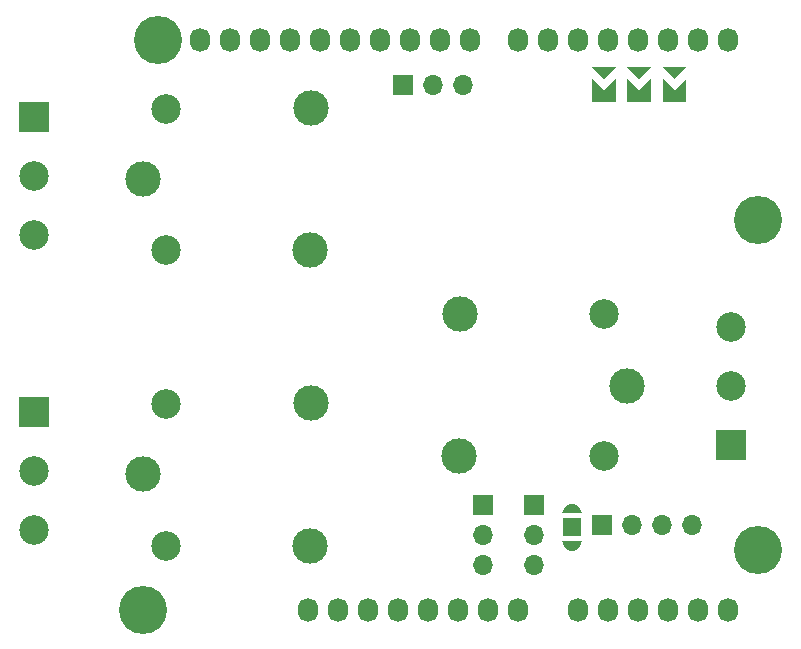
<source format=gbr>
G04 #@! TF.FileFunction,Soldermask,Bot*
%FSLAX46Y46*%
G04 Gerber Fmt 4.6, Leading zero omitted, Abs format (unit mm)*
G04 Created by KiCad (PCBNEW 4.0.7) date 09/29/18 17:05:15*
%MOMM*%
%LPD*%
G01*
G04 APERTURE LIST*
%ADD10C,0.100000*%
%ADD11O,1.727200X2.032000*%
%ADD12C,4.064000*%
%ADD13C,2.500000*%
%ADD14R,2.500000X2.500000*%
%ADD15C,3.000000*%
%ADD16R,1.502000X1.502000*%
%ADD17R,1.700000X1.700000*%
%ADD18O,1.700000X1.700000*%
G04 APERTURE END LIST*
D10*
D11*
X138938000Y-123825000D03*
X141478000Y-123825000D03*
X144018000Y-123825000D03*
X146558000Y-123825000D03*
X149098000Y-123825000D03*
X151638000Y-123825000D03*
X154178000Y-123825000D03*
X156718000Y-123825000D03*
X161798000Y-123825000D03*
X164338000Y-123825000D03*
X166878000Y-123825000D03*
X169418000Y-123825000D03*
X171958000Y-123825000D03*
X174498000Y-123825000D03*
X129794000Y-75565000D03*
X132334000Y-75565000D03*
X134874000Y-75565000D03*
X137414000Y-75565000D03*
X139954000Y-75565000D03*
X142494000Y-75565000D03*
X145034000Y-75565000D03*
X147574000Y-75565000D03*
X150114000Y-75565000D03*
X152654000Y-75565000D03*
X156718000Y-75565000D03*
X159258000Y-75565000D03*
X161798000Y-75565000D03*
X164338000Y-75565000D03*
X166878000Y-75565000D03*
X169418000Y-75565000D03*
X171958000Y-75565000D03*
X174498000Y-75565000D03*
D12*
X124968000Y-123825000D03*
X177038000Y-118745000D03*
X126238000Y-75565000D03*
X177038000Y-90805000D03*
D13*
X174748000Y-99865000D03*
D14*
X174748000Y-109865000D03*
D13*
X174748000Y-104865000D03*
X115748000Y-92115000D03*
D14*
X115748000Y-82115000D03*
D13*
X115748000Y-87115000D03*
X115748000Y-117115000D03*
D14*
X115748000Y-107115000D03*
D13*
X115748000Y-112115000D03*
X163998000Y-98815000D03*
D15*
X151798000Y-98815000D03*
X151748000Y-110865000D03*
D13*
X163998000Y-110815000D03*
D15*
X165948000Y-104865000D03*
D13*
X126948000Y-93415000D03*
D15*
X139148000Y-93415000D03*
X139198000Y-81365000D03*
D13*
X126948000Y-81415000D03*
D15*
X124998000Y-87365000D03*
D13*
X126948000Y-118415000D03*
D15*
X139148000Y-118415000D03*
X139198000Y-106365000D03*
D13*
X126948000Y-106415000D03*
D15*
X124998000Y-112365000D03*
D10*
G36*
X170997500Y-77865000D02*
X169998500Y-78865000D01*
X169997500Y-78865000D01*
X168998500Y-77865000D01*
X170997500Y-77865000D01*
X170997500Y-77865000D01*
G37*
G36*
X170998000Y-80864500D02*
X169998000Y-79865500D01*
X169998000Y-79864500D01*
X170998000Y-78865500D01*
X170998000Y-80864500D01*
X170998000Y-80864500D01*
G37*
G36*
X168998000Y-78865500D02*
X169998000Y-79864500D01*
X169998000Y-79865500D01*
X168998000Y-80864500D01*
X168998000Y-78865500D01*
X168998000Y-78865500D01*
G37*
G36*
X168998500Y-80865000D02*
X169997500Y-79865000D01*
X169998500Y-79865000D01*
X170997500Y-80865000D01*
X168998500Y-80865000D01*
X168998500Y-80865000D01*
G37*
G36*
X167997500Y-77865000D02*
X166998500Y-78865000D01*
X166997500Y-78865000D01*
X165998500Y-77865000D01*
X167997500Y-77865000D01*
X167997500Y-77865000D01*
G37*
G36*
X167998000Y-80864500D02*
X166998000Y-79865500D01*
X166998000Y-79864500D01*
X167998000Y-78865500D01*
X167998000Y-80864500D01*
X167998000Y-80864500D01*
G37*
G36*
X165998000Y-78865500D02*
X166998000Y-79864500D01*
X166998000Y-79865500D01*
X165998000Y-80864500D01*
X165998000Y-78865500D01*
X165998000Y-78865500D01*
G37*
G36*
X165998500Y-80865000D02*
X166997500Y-79865000D01*
X166998500Y-79865000D01*
X167997500Y-80865000D01*
X165998500Y-80865000D01*
X165998500Y-80865000D01*
G37*
G36*
X164997500Y-77865000D02*
X163998500Y-78865000D01*
X163997500Y-78865000D01*
X162998500Y-77865000D01*
X164997500Y-77865000D01*
X164997500Y-77865000D01*
G37*
G36*
X164998000Y-80864500D02*
X163998000Y-79865500D01*
X163998000Y-79864500D01*
X164998000Y-78865500D01*
X164998000Y-80864500D01*
X164998000Y-80864500D01*
G37*
G36*
X162998000Y-78865500D02*
X163998000Y-79864500D01*
X163998000Y-79865500D01*
X162998000Y-80864500D01*
X162998000Y-78865500D01*
X162998000Y-78865500D01*
G37*
G36*
X162998500Y-80865000D02*
X163997500Y-79865000D01*
X163998500Y-79865000D01*
X164997500Y-80865000D01*
X162998500Y-80865000D01*
X162998500Y-80865000D01*
G37*
G36*
X161699000Y-114976000D02*
X160897000Y-114976000D01*
X161197000Y-114874000D01*
X161399000Y-114874000D01*
X161699000Y-114976000D01*
X161699000Y-114976000D01*
G37*
G36*
X161999000Y-115276000D02*
X160597000Y-115276000D01*
X160897000Y-114974000D01*
X161699000Y-114974000D01*
X161999000Y-115276000D01*
X161999000Y-115276000D01*
G37*
G36*
X162149000Y-115676000D02*
X160447000Y-115676000D01*
X160597000Y-115274000D01*
X161999000Y-115274000D01*
X162149000Y-115676000D01*
X162149000Y-115676000D01*
G37*
G36*
X160447000Y-118054000D02*
X162149000Y-118054000D01*
X161999000Y-118456000D01*
X160597000Y-118456000D01*
X160447000Y-118054000D01*
X160447000Y-118054000D01*
G37*
G36*
X160597000Y-118454000D02*
X161999000Y-118454000D01*
X161699000Y-118756000D01*
X160897000Y-118756000D01*
X160597000Y-118454000D01*
X160597000Y-118454000D01*
G37*
G36*
X160897000Y-118754000D02*
X161699000Y-118754000D01*
X161399000Y-118856000D01*
X161197000Y-118856000D01*
X160897000Y-118754000D01*
X160897000Y-118754000D01*
G37*
D16*
X161298000Y-116865000D03*
D17*
X153758000Y-114955000D03*
D18*
X153758000Y-117495000D03*
X153758000Y-120035000D03*
D17*
X158098000Y-114965000D03*
D18*
X158098000Y-117505000D03*
X158098000Y-120045000D03*
D17*
X147018000Y-79435000D03*
D18*
X149558000Y-79435000D03*
X152098000Y-79435000D03*
D17*
X163848000Y-116685000D03*
D18*
X166388000Y-116685000D03*
X168928000Y-116685000D03*
X171468000Y-116685000D03*
M02*

</source>
